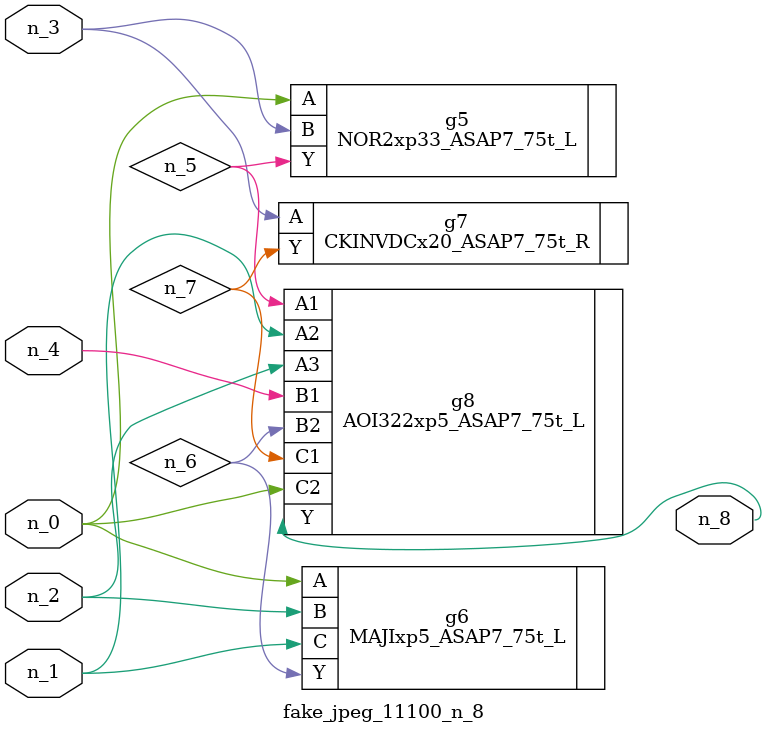
<source format=v>
module fake_jpeg_11100_n_8 (n_3, n_2, n_1, n_0, n_4, n_8);

input n_3;
input n_2;
input n_1;
input n_0;
input n_4;

output n_8;

wire n_6;
wire n_5;
wire n_7;

NOR2xp33_ASAP7_75t_L g5 ( 
.A(n_0),
.B(n_3),
.Y(n_5)
);

MAJIxp5_ASAP7_75t_L g6 ( 
.A(n_0),
.B(n_2),
.C(n_1),
.Y(n_6)
);

CKINVDCx20_ASAP7_75t_R g7 ( 
.A(n_3),
.Y(n_7)
);

AOI322xp5_ASAP7_75t_L g8 ( 
.A1(n_5),
.A2(n_1),
.A3(n_2),
.B1(n_4),
.B2(n_6),
.C1(n_7),
.C2(n_0),
.Y(n_8)
);


endmodule
</source>
